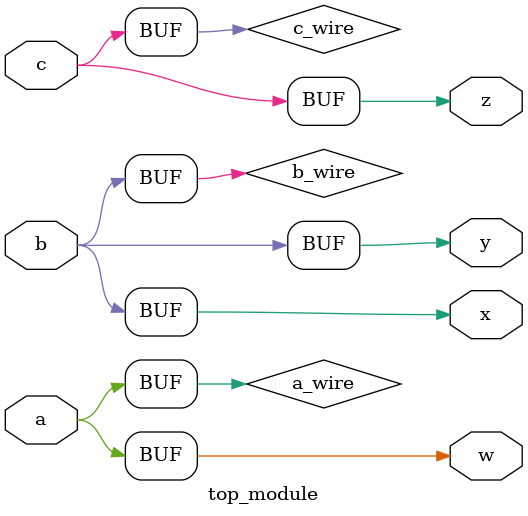
<source format=sv>
module top_module (
    input a,
    input b,
    input c,
    output w,
    output x,
    output y,
    output z);

    // Internal nets
    wire a_wire;
    wire b_wire;
    wire c_wire;

    // Connections
    assign a_wire = a;
    assign b_wire = b;
    assign c_wire = c;
    assign w = a_wire;
    assign x = b_wire;
    assign y = b_wire;
    assign z = c_wire;

endmodule

</source>
